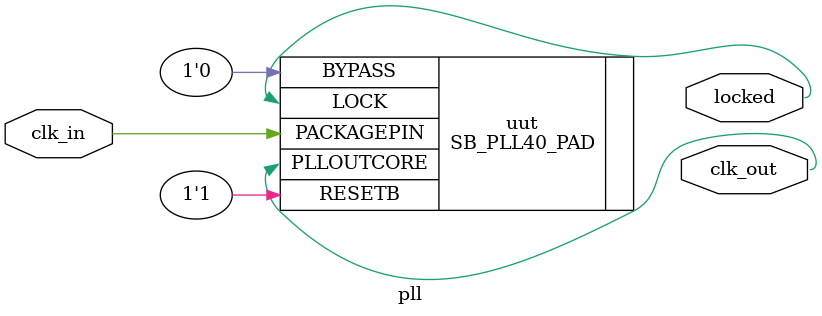
<source format=v>
module pll(
	input  clk_in,
	output clk_out,
	output locked
	);

SB_PLL40_PAD #(
		.FEEDBACK_PATH("SIMPLE"),
		.DIVR(4'd1),		// DIVR = 15
		.DIVF(7'd60),	    // DIVF = 31
		.DIVQ(3'd5),		// DIVQ = 4  -> 27x31/15/4 = 13.95...
		.FILTER_RANGE(3'b001)	// FILTER_RANGE = 1
	) uut (
		.LOCK(locked),      // Indicates if PLL is locked
		.RESETB(1'b1),
		.BYPASS(1'b0),
		.PACKAGEPIN(clk_in),
		.PLLOUTCORE(clk_out)
		);


endmodule
</source>
